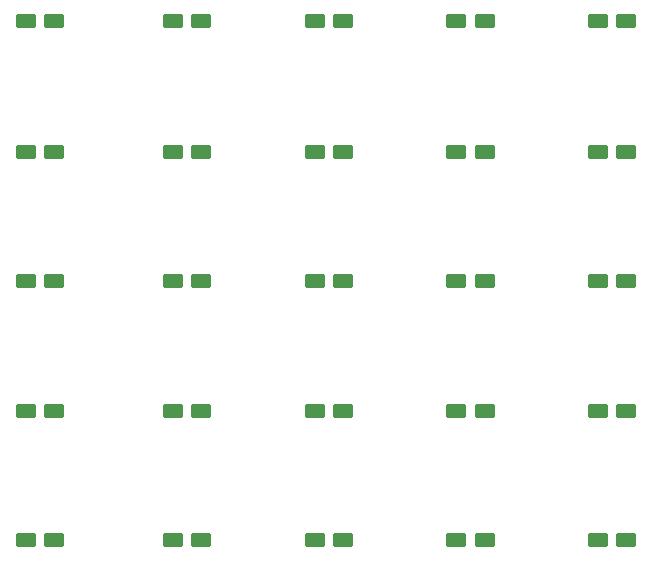
<source format=gbs>
%TF.GenerationSoftware,KiCad,Pcbnew,(6.0.0)*%
%TF.CreationDate,2022-01-23T05:48:29-08:00*%
%TF.ProjectId,headstage-64s-coax-adapter_panel,68656164-7374-4616-9765-2d3634732d63,A*%
%TF.SameCoordinates,Original*%
%TF.FileFunction,Soldermask,Bot*%
%TF.FilePolarity,Negative*%
%FSLAX46Y46*%
G04 Gerber Fmt 4.6, Leading zero omitted, Abs format (unit mm)*
G04 Created by KiCad (PCBNEW (6.0.0)) date 2022-01-23 05:48:29*
%MOMM*%
%LPD*%
G01*
G04 APERTURE LIST*
G04 Aperture macros list*
%AMRoundRect*
0 Rectangle with rounded corners*
0 $1 Rounding radius*
0 $2 $3 $4 $5 $6 $7 $8 $9 X,Y pos of 4 corners*
0 Add a 4 corners polygon primitive as box body*
4,1,4,$2,$3,$4,$5,$6,$7,$8,$9,$2,$3,0*
0 Add four circle primitives for the rounded corners*
1,1,$1+$1,$2,$3*
1,1,$1+$1,$4,$5*
1,1,$1+$1,$6,$7*
1,1,$1+$1,$8,$9*
0 Add four rect primitives between the rounded corners*
20,1,$1+$1,$2,$3,$4,$5,0*
20,1,$1+$1,$4,$5,$6,$7,0*
20,1,$1+$1,$6,$7,$8,$9,0*
20,1,$1+$1,$8,$9,$2,$3,0*%
G04 Aperture macros list end*
%ADD10RoundRect,0.312500X0.562500X-0.312500X0.562500X0.312500X-0.562500X0.312500X-0.562500X-0.312500X0*%
G04 APERTURE END LIST*
D10*
%TO.C,TP2*%
X206000001Y-67039340D03*
%TD*%
%TO.C,TP1*%
X196400001Y-67039340D03*
%TD*%
%TO.C,TP1*%
X172400001Y-67039340D03*
%TD*%
%TO.C,TP2*%
X157560661Y-67039340D03*
%TD*%
%TO.C,TP1*%
X208400001Y-67039340D03*
%TD*%
%TO.C,TP1*%
X159960661Y-67039340D03*
%TD*%
%TO.C,TP2*%
X182000001Y-67039340D03*
%TD*%
%TO.C,TP2*%
X170000001Y-67039340D03*
%TD*%
%TO.C,TP2*%
X194000001Y-67039340D03*
%TD*%
%TO.C,TP1*%
X184400001Y-67039340D03*
%TD*%
%TO.C,TP2*%
X194000001Y-78160661D03*
%TD*%
%TO.C,TP2*%
X182000001Y-78160661D03*
%TD*%
%TO.C,TP1*%
X208400000Y-89100000D03*
%TD*%
%TO.C,TP1*%
X184400001Y-78160661D03*
%TD*%
%TO.C,TP2*%
X170000001Y-78160661D03*
%TD*%
%TO.C,TP2*%
X157560661Y-78160661D03*
%TD*%
%TO.C,TP2*%
X206000000Y-89100000D03*
%TD*%
%TO.C,TP1*%
X196400001Y-78160661D03*
%TD*%
%TO.C,TP1*%
X159960661Y-78160661D03*
%TD*%
%TO.C,TP1*%
X172400001Y-78160661D03*
%TD*%
%TO.C,TP2*%
X206000001Y-78160661D03*
%TD*%
%TO.C,TP1*%
X208400001Y-78160661D03*
%TD*%
%TO.C,TP2*%
X170000000Y-89100000D03*
%TD*%
%TO.C,TP2*%
X194000000Y-89100000D03*
%TD*%
%TO.C,TP1*%
X196400000Y-89100000D03*
%TD*%
%TO.C,TP2*%
X182000000Y-89100000D03*
%TD*%
%TO.C,TP1*%
X184400000Y-89100000D03*
%TD*%
%TO.C,TP1*%
X172400000Y-89100000D03*
%TD*%
%TO.C,TP2*%
X157560660Y-89100000D03*
%TD*%
%TO.C,TP1*%
X159960660Y-89100000D03*
%TD*%
%TO.C,TP1*%
X208400000Y-100100001D03*
%TD*%
%TO.C,TP2*%
X206000000Y-100100001D03*
%TD*%
%TO.C,TP2*%
X170000000Y-100100001D03*
%TD*%
%TO.C,TP2*%
X194000000Y-100100001D03*
%TD*%
%TO.C,TP1*%
X196400000Y-100100001D03*
%TD*%
%TO.C,TP2*%
X182000000Y-100100001D03*
%TD*%
%TO.C,TP1*%
X184400000Y-100100001D03*
%TD*%
%TO.C,TP1*%
X172400000Y-100100001D03*
%TD*%
%TO.C,TP2*%
X157560660Y-100100001D03*
%TD*%
%TO.C,TP1*%
X159960660Y-100100001D03*
%TD*%
%TO.C,TP2*%
X205999999Y-111039340D03*
%TD*%
%TO.C,TP1*%
X208399999Y-111039340D03*
%TD*%
%TO.C,TP2*%
X193999999Y-111039340D03*
%TD*%
%TO.C,TP1*%
X196399999Y-111039340D03*
%TD*%
%TO.C,TP2*%
X181999999Y-111039340D03*
%TD*%
%TO.C,TP1*%
X184399999Y-111039340D03*
%TD*%
%TO.C,TP2*%
X169999999Y-111039340D03*
%TD*%
%TO.C,TP1*%
X172399999Y-111039340D03*
%TD*%
%TO.C,TP1*%
X159960659Y-111039340D03*
%TD*%
%TO.C,TP2*%
X157560659Y-111039340D03*
%TD*%
M02*

</source>
